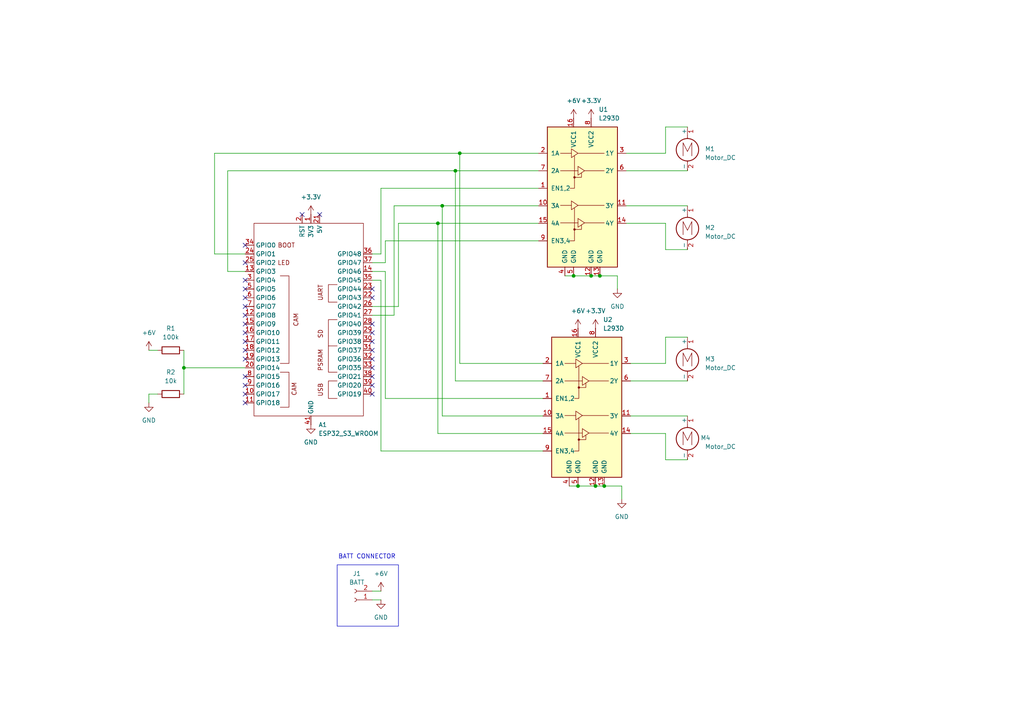
<source format=kicad_sch>
(kicad_sch (version 20231120) (generator "eeschema") (generator_version "8.0")
  (paper "A4")
  (lib_symbols
    (symbol "Connector:Conn_01x02_Socket" (pin_names (offset 1.016) hide)
      (property "Reference" "J" (at 0 2.54 0))
      (property "Value" "Conn_01x02_Socket" (at 0 -5.08 0))
      (symbol "Conn_01x02_Socket_1_1"
        (arc (start 0 -2.032) (mid -0.5058 -2.54) (end 0 -3.048) (stroke (width 0.1524)))
        (polyline (pts (xy -1.27 -2.54) (xy -0.508 -2.54)) (stroke (width 0.1524)))
        (polyline (pts (xy -1.27 0) (xy -0.508 0)) (stroke (width 0.1524)))
        (arc (start 0 0.508) (mid -0.5058 0) (end 0 -0.508) (stroke (width 0.1524)))
        (pin passive line (at -5.08 0 0) (length 3.81) (name "Pin_1") (number "1"))
        (pin passive line (at -5.08 -2.54 0) (length 3.81) (name "Pin_2") (number "2"))
      )
    )
    (symbol "Custom:FREENOVE_ESP32-S3_WROOM"
      (property "Reference" "U" (at -3.048 13.462 0))
      (symbol "FREENOVE_ESP32-S3_WROOM_0_1"
        (polyline (pts (xy 7.62 -22.86) (xy 5.08 -22.86) (xy 5.08 -17.78) (xy 7.62 -17.78)))
      )
      (symbol "FREENOVE_ESP32-S3_WROOM_1_1"
        (rectangle (start -16.51 0) (end 15.24 -55.88))
        (polyline (pts (xy 7.62 -43.18) (xy 5.08 -43.18) (xy 5.08 -35.56)))
        (polyline (pts (xy -8.89 -43.18) (xy -6.35 -43.18) (xy -6.35 -53.34) (xy -8.89 -53.34)))
        (polyline (pts (xy -8.89 -15.24) (xy -6.35 -15.24) (xy -6.35 -40.64) (xy -8.89 -40.64)))
        (polyline (pts (xy 7.62 -45.72) (xy 5.08 -45.72) (xy 5.08 -50.8) (xy 7.62 -50.8)))
        (polyline (pts (xy 7.62 -35.56) (xy 5.08 -35.56) (xy 5.08 -27.94) (xy 7.62 -27.94)))
        (text "BOOT" (at -7.112 -6.35 0) (effects (font (size 1.27 1.27))))
        (text "CAM" (at -4.826 -48.006 900) (effects (font (size 1.27 1.27))))
        (text "CAM" (at -4.318 -27.94 900) (effects (font (size 1.27 1.27))))
        (text "LED" (at -7.874 -11.43 0) (effects (font (size 1.27 1.27))))
        (text "PSRAM" (at 2.794 -39.624 900) (effects (font (size 1.27 1.27))))
        (text "SD" (at 2.794 -32.004 900) (effects (font (size 1.27 1.27))))
        (text "UART" (at 2.794 -20.066 900) (effects (font (size 1.27 1.27))))
        (text "USB" (at 2.794 -48.26 900) (effects (font (size 1.27 1.27))))
        (pin bidirectional line (at 0 2.54 270) (length 2.54) (name "3V3") (number "1"))
        (pin bidirectional line (at -19.05 -49.53 0) (length 2.54) (name "GPIO17") (number "10"))
        (pin bidirectional line (at -19.05 -52.07 0) (length 2.54) (name "GPIO18") (number "11"))
        (pin bidirectional line (at -19.05 -26.67 0) (length 2.54) (name "GPIO8") (number "12"))
        (pin bidirectional line (at -19.05 -13.97 0) (length 2.54) (name "GPIO3") (number "13"))
        (pin bidirectional line (at 17.78 -13.97 180) (length 2.54) (name "GPIO46") (number "14"))
        (pin bidirectional line (at -19.05 -29.21 0) (length 2.54) (name "GPIO9") (number "15"))
        (pin bidirectional line (at -19.05 -31.75 0) (length 2.54) (name "GPIO10") (number "16"))
        (pin bidirectional line (at -19.05 -34.29 0) (length 2.54) (name "GPIO11") (number "17"))
        (pin bidirectional line (at -19.05 -36.83 0) (length 2.54) (name "GPIO12") (number "18"))
        (pin bidirectional line (at -19.05 -39.37 0) (length 2.54) (name "GPIO13") (number "19"))
        (pin input line (at -2.54 2.54 270) (length 2.54) (name "RST") (number "2"))
        (pin bidirectional line (at -19.05 -41.91 0) (length 2.54) (name "GPIO14") (number "20"))
        (pin bidirectional line (at 2.54 2.54 270) (length 2.54) (name "5V") (number "21"))
        (pin bidirectional line (at 17.78 -21.59 180) (length 2.54) (name "GPIO43") (number "22"))
        (pin bidirectional line (at 17.78 -19.05 180) (length 2.54) (name "GPIO44") (number "23"))
        (pin bidirectional line (at -19.05 -8.89 0) (length 2.54) (name "GPIO1") (number "24"))
        (pin bidirectional line (at -19.05 -11.43 0) (length 2.54) (name "GPIO2") (number "25"))
        (pin bidirectional line (at 17.78 -24.13 180) (length 2.54) (name "GPIO42") (number "26"))
        (pin bidirectional line (at 17.78 -26.67 180) (length 2.54) (name "GPIO41") (number "27"))
        (pin bidirectional line (at 17.78 -29.21 180) (length 2.54) (name "GPIO40") (number "28"))
        (pin bidirectional line (at 17.78 -31.75 180) (length 2.54) (name "GPIO39") (number "29"))
        (pin bidirectional line (at -19.05 -16.51 0) (length 2.54) (name "GPIO4") (number "3"))
        (pin bidirectional line (at 17.78 -34.29 180) (length 2.54) (name "GPIO38") (number "30"))
        (pin bidirectional line (at 17.78 -36.83 180) (length 2.54) (name "GPIO37") (number "31"))
        (pin bidirectional line (at 17.78 -39.37 180) (length 2.54) (name "GPIO36") (number "32"))
        (pin bidirectional line (at 17.78 -41.91 180) (length 2.54) (name "GPIO35") (number "33"))
        (pin bidirectional line (at -19.05 -6.35 0) (length 2.54) (name "GPIO0") (number "34"))
        (pin bidirectional line (at 17.78 -16.51 180) (length 2.54) (name "GPIO45") (number "35"))
        (pin bidirectional line (at 17.78 -8.89 180) (length 2.54) (name "GPIO48") (number "36"))
        (pin bidirectional line (at 17.78 -11.43 180) (length 2.54) (name "GPIO47") (number "37"))
        (pin bidirectional line (at 17.78 -44.45 180) (length 2.54) (name "GPIO21") (number "38"))
        (pin bidirectional line (at 17.78 -46.99 180) (length 2.54) (name "GPIO20") (number "39"))
        (pin bidirectional line (at 17.78 -49.53 180) (length 2.54) (name "GPIO19") (number "40"))
        (pin bidirectional line (at 0 -58.42 90) (length 2.54) (name "GND") (number "41"))
        (pin bidirectional line (at -19.05 -19.05 0) (length 2.54) (name "GPIO5") (number "5"))
        (pin bidirectional line (at -19.05 -21.59 0) (length 2.54) (name "GPIO6") (number "6"))
        (pin bidirectional line (at -19.05 -24.13 0) (length 2.54) (name "GPIO7") (number "7"))
        (pin bidirectional line (at -19.05 -44.45 0) (length 2.54) (name "GPIO15") (number "8"))
        (pin bidirectional line (at -19.05 -46.99 0) (length 2.54) (name "GPIO16") (number "9"))
      )
    )
    (symbol "Device:R" (pin_numbers hide) (pin_names (offset 0))
      (property "Reference" "R" (at 2.032 0 90))
      (property "Value" "R" (at 0 0 90))
      (symbol "R_0_1"
        (rectangle (start -1.016 -2.54) (end 1.016 2.54) (stroke (width 0.254)))
      )
      (symbol "R_1_1"
        (pin passive line (at 0 3.81 270) (length 1.27) (name "~") (number "1"))
        (pin passive line (at 0 -3.81 90) (length 1.27) (name "~") (number "2"))
      )
    )
    (symbol "Driver_Motor:L293D" (pin_names (offset 1.016))
      (property "Reference" "U" (at -5.08 26.035 0))
      (property "Value" "L293D" (at -5.08 24.13 0))
      (symbol "L293D_0_1"
        (rectangle (start -10.16 22.86) (end 10.16 -17.78) (stroke (width 0.254)) (fill (type background)))
        (circle (center -2.286 -6.858) (radius 0.254) (fill (type outline)))
        (circle (center -2.286 8.255) (radius 0.254) (fill (type outline)))
        (polyline (pts (xy -6.35 -4.953) (xy -1.27 -4.953)))
        (polyline (pts (xy -6.35 0.127) (xy -3.175 0.127)))
        (polyline (pts (xy -6.35 10.16) (xy -1.27 10.16)))
        (polyline (pts (xy -6.35 15.24) (xy -3.175 15.24)))
        (polyline (pts (xy -1.27 0.127) (xy 6.35 0.127)))
        (polyline (pts (xy -1.27 15.24) (xy 6.35 15.24)))
        (polyline (pts (xy 0.635 -4.953) (xy 6.35 -4.953)))
        (polyline (pts (xy 0.635 10.16) (xy 6.35 10.16)))
        (polyline (pts (xy -2.286 -6.858) (xy -0.254 -6.858) (xy -0.254 -5.588)))
        (polyline (pts (xy -2.286 -0.635) (xy -2.286 -10.16) (xy -3.556 -10.16)))
        (polyline (pts (xy -2.286 8.255) (xy -0.254 8.255) (xy -0.254 9.525)))
        (polyline (pts (xy -2.286 14.478) (xy -2.286 5.08) (xy -3.556 5.08)))
        (polyline (pts (xy -3.175 1.397) (xy -3.175 -1.143) (xy -1.27 0.127) (xy -3.175 1.397)))
        (polyline (pts (xy -3.175 16.51) (xy -3.175 13.97) (xy -1.27 15.24) (xy -3.175 16.51)))
        (polyline (pts (xy -1.27 -3.683) (xy -1.27 -6.223) (xy 0.635 -4.953) (xy -1.27 -3.683)))
        (polyline (pts (xy -1.27 11.43) (xy -1.27 8.89) (xy 0.635 10.16) (xy -1.27 11.43)))
      )
      (symbol "L293D_1_1"
        (pin input line (at -12.7 5.08 0) (length 2.54) (name "EN1,2") (number "1"))
        (pin input line (at -12.7 0 0) (length 2.54) (name "3A") (number "10"))
        (pin output line (at 12.7 0 180) (length 2.54) (name "3Y") (number "11"))
        (pin power_in line (at 2.54 -20.32 90) (length 2.54) (name "GND") (number "12"))
        (pin power_in line (at 5.08 -20.32 90) (length 2.54) (name "GND") (number "13"))
        (pin output line (at 12.7 -5.08 180) (length 2.54) (name "4Y") (number "14"))
        (pin input line (at -12.7 -5.08 0) (length 2.54) (name "4A") (number "15"))
        (pin power_in line (at -2.54 25.4 270) (length 2.54) (name "VCC1") (number "16"))
        (pin input line (at -12.7 15.24 0) (length 2.54) (name "1A") (number "2"))
        (pin output line (at 12.7 15.24 180) (length 2.54) (name "1Y") (number "3"))
        (pin power_in line (at -5.08 -20.32 90) (length 2.54) (name "GND") (number "4"))
        (pin power_in line (at -2.54 -20.32 90) (length 2.54) (name "GND") (number "5"))
        (pin output line (at 12.7 10.16 180) (length 2.54) (name "2Y") (number "6"))
        (pin input line (at -12.7 10.16 0) (length 2.54) (name "2A") (number "7"))
        (pin power_in line (at 2.54 25.4 270) (length 2.54) (name "VCC2") (number "8"))
        (pin input line (at -12.7 -10.16 0) (length 2.54) (name "EN3,4") (number "9"))
      )
    )
    (symbol "Motor:Motor_DC" (pin_names (offset 0))
      (property "Reference" "M" (at 2.54 2.54 0))
      (property "Value" "Motor_DC" (at 2.54 -5.08 0))
      (symbol "Motor_DC_0_0"
        (polyline (pts (xy -1.27 -3.302) (xy -1.27 0.508) (xy 0 -2.032) (xy 1.27 0.508) (xy 1.27 -3.302)))
      )
      (symbol "Motor_DC_0_1"
        (circle (center 0 -1.524) (radius 3.2512) (stroke (width 0.254)))
        (polyline (pts (xy 0 -7.62) (xy 0 -7.112)))
        (polyline (pts (xy 0 -4.7752) (xy 0 -5.1816)))
        (polyline (pts (xy 0 1.7272) (xy 0 2.0828)))
        (polyline (pts (xy 0 2.032) (xy 0 2.54)))
      )
      (symbol "Motor_DC_1_1"
        (pin passive line (at 0 5.08 270) (length 2.54) (name "+") (number "1"))
        (pin passive line (at 0 -7.62 90) (length 2.54) (name "-") (number "2"))
      )
    )
    (symbol "power:+3.3V" (power) (pin_numbers hide) (pin_names (offset 0) hide)
      (property "Value" "+3.3V" (at 0 3.556 0))
      (symbol "+3.3V_0_1"
        (polyline (pts (xy -0.762 1.27) (xy 0 2.54)))
        (polyline (pts (xy 0 0) (xy 0 2.54)))
        (polyline (pts (xy 0 2.54) (xy 0.762 1.27)))
      )
      (symbol "+3.3V_1_1"
        (pin power_in line (at 0 0 90) (length 0) (name "~") (number "1"))
      )
    )
    (symbol "power:+6V" (power) (pin_numbers hide) (pin_names (offset 0) hide)
      (property "Value" "+6V" (at 0 3.556 0))
      (symbol "+6V_0_1"
        (polyline (pts (xy -0.762 1.27) (xy 0 2.54)))
        (polyline (pts (xy 0 0) (xy 0 2.54)))
        (polyline (pts (xy 0 2.54) (xy 0.762 1.27)))
      )
      (symbol "+6V_1_1"
        (pin power_in line (at 0 0 90) (length 0) (name "~") (number "1"))
      )
    )
    (symbol "power:GND" (power) (pin_numbers hide) (pin_names (offset 0) hide)
      (property "Value" "GND" (at 0 -3.81 0))
      (symbol "GND_0_1"
        (polyline (pts (xy 0 0) (xy 0 -1.27) (xy 1.27 -1.27) (xy 0 -2.54) (xy -1.27 -1.27) (xy 0 -1.27)))
      )
      (symbol "GND_1_1"
        (pin power_in line (at 0 0 270) (length 0) (name "~") (number "1"))
      )
    )
  )
  (junction (at 132.08 49.53))
  (junction (at 167.64 140.97))
  (junction (at 172.72 140.97))
  (junction (at 171.45 80.01))
  (junction (at 128.27 59.69))
  (junction (at 133.35 44.45))
  (junction (at 127 64.77))
  (junction (at 53.34 106.68))
  (junction (at 175.26 140.97))
  (junction (at 173.99 80.01))
  (junction (at 166.37 80.01))
  (no_connect (at 107.95 101.6))
  (no_connect (at 107.95 109.22))
  (no_connect (at 71.12 96.52))
  (no_connect (at 107.95 99.06))
  (no_connect (at 71.12 101.6))
  (no_connect (at 71.12 99.06))
  (no_connect (at 71.12 86.36))
  (no_connect (at 107.95 104.14))
  (no_connect (at 71.12 83.82))
  (no_connect (at 71.12 88.9))
  (no_connect (at 71.12 71.12))
  (no_connect (at 92.71 62.23))
  (no_connect (at 107.95 83.82))
  (no_connect (at 71.12 81.28))
  (no_connect (at 71.12 93.98))
  (no_connect (at 107.95 86.36))
  (no_connect (at 71.12 111.76))
  (no_connect (at 71.12 116.84))
  (no_connect (at 107.95 106.68))
  (no_connect (at 107.95 114.3))
  (no_connect (at 71.12 76.2))
  (no_connect (at 107.95 111.76))
  (no_connect (at 71.12 91.44))
  (no_connect (at 107.95 93.98))
  (no_connect (at 71.12 114.3))
  (no_connect (at 71.12 109.22))
  (no_connect (at 107.95 96.52))
  (no_connect (at 71.12 104.14))
  (no_connect (at 87.63 62.23))
  (wire (pts (xy 167.64 140.97) (xy 172.72 140.97)))
  (wire (pts (xy 62.23 73.66) (xy 71.12 73.66)))
  (wire (pts (xy 111.76 78.74) (xy 107.95 78.74)))
  (wire (pts (xy 193.04 64.77) (xy 193.04 72.39)))
  (wire (pts (xy 179.07 83.82) (xy 179.07 80.01)))
  (wire (pts (xy 175.26 140.97) (xy 180.34 140.97)))
  (wire (pts (xy 128.27 59.69) (xy 156.21 59.69)))
  (wire (pts (xy 111.76 115.57) (xy 157.48 115.57)))
  (wire (pts (xy 172.72 140.97) (xy 175.26 140.97)))
  (wire (pts (xy 181.61 59.69) (xy 199.39 59.69)))
  (wire (pts (xy 110.49 54.61) (xy 110.49 73.66)))
  (wire (pts (xy 114.3 59.69) (xy 114.3 91.44)))
  (wire (pts (xy 114.3 59.69) (xy 128.27 59.69)))
  (wire (pts (xy 127 125.73) (xy 157.48 125.73)))
  (wire (pts (xy 182.88 125.73) (xy 193.04 125.73)))
  (wire (pts (xy 163.83 80.01) (xy 166.37 80.01)))
  (wire (pts (xy 165.1 140.97) (xy 167.64 140.97)))
  (wire (pts (xy 156.21 54.61) (xy 110.49 54.61)))
  (wire (pts (xy 181.61 49.53) (xy 199.39 49.53)))
  (wire (pts (xy 171.45 80.01) (xy 173.99 80.01)))
  (wire (pts (xy 180.34 144.78) (xy 180.34 140.97)))
  (wire (pts (xy 110.49 130.81) (xy 157.48 130.81)))
  (wire (pts (xy 43.18 101.6) (xy 45.72 101.6)))
  (wire (pts (xy 111.76 69.85) (xy 156.21 69.85)))
  (wire (pts (xy 43.18 114.3) (xy 43.18 116.84)))
  (wire (pts (xy 193.04 97.79) (xy 199.39 97.79)))
  (wire (pts (xy 107.95 173.99) (xy 110.49 173.99)))
  (wire (pts (xy 66.04 49.53) (xy 66.04 78.74)))
  (wire (pts (xy 182.88 105.41) (xy 193.04 105.41)))
  (wire (pts (xy 133.35 105.41) (xy 157.48 105.41)))
  (wire (pts (xy 128.27 120.65) (xy 157.48 120.65)))
  (wire (pts (xy 107.95 88.9) (xy 115.57 88.9)))
  (wire (pts (xy 43.18 114.3) (xy 45.72 114.3)))
  (wire (pts (xy 133.35 44.45) (xy 133.35 105.41)))
  (wire (pts (xy 193.04 125.73) (xy 193.04 133.35)))
  (wire (pts (xy 110.49 73.66) (xy 107.95 73.66)))
  (wire (pts (xy 62.23 44.45) (xy 133.35 44.45)))
  (wire (pts (xy 132.08 49.53) (xy 132.08 110.49)))
  (wire (pts (xy 182.88 120.65) (xy 199.39 120.65)))
  (wire (pts (xy 111.76 76.2) (xy 107.95 76.2)))
  (wire (pts (xy 111.76 69.85) (xy 111.76 76.2)))
  (wire (pts (xy 110.49 81.28) (xy 110.49 130.81)))
  (wire (pts (xy 193.04 133.35) (xy 199.39 133.35)))
  (wire (pts (xy 132.08 49.53) (xy 156.21 49.53)))
  (wire (pts (xy 182.88 110.49) (xy 199.39 110.49)))
  (wire (pts (xy 181.61 64.77) (xy 193.04 64.77)))
  (wire (pts (xy 179.07 80.01) (xy 173.99 80.01)))
  (wire (pts (xy 62.23 44.45) (xy 62.23 73.66)))
  (wire (pts (xy 133.35 44.45) (xy 156.21 44.45)))
  (wire (pts (xy 181.61 44.45) (xy 193.04 44.45)))
  (wire (pts (xy 115.57 64.77) (xy 127 64.77)))
  (wire (pts (xy 193.04 36.83) (xy 199.39 36.83)))
  (wire (pts (xy 166.37 80.01) (xy 171.45 80.01)))
  (wire (pts (xy 53.34 101.6) (xy 53.34 106.68)))
  (wire (pts (xy 132.08 110.49) (xy 157.48 110.49)))
  (wire (pts (xy 193.04 72.39) (xy 199.39 72.39)))
  (wire (pts (xy 115.57 64.77) (xy 115.57 88.9)))
  (wire (pts (xy 53.34 106.68) (xy 53.34 114.3)))
  (wire (pts (xy 107.95 91.44) (xy 114.3 91.44)))
  (wire (pts (xy 193.04 44.45) (xy 193.04 36.83)))
  (wire (pts (xy 110.49 81.28) (xy 107.95 81.28)))
  (wire (pts (xy 66.04 49.53) (xy 132.08 49.53)))
  (wire (pts (xy 107.95 171.45) (xy 110.49 171.45)))
  (wire (pts (xy 53.34 106.68) (xy 71.12 106.68)))
  (wire (pts (xy 66.04 78.74) (xy 71.12 78.74)))
  (wire (pts (xy 193.04 105.41) (xy 193.04 97.79)))
  (wire (pts (xy 127 64.77) (xy 156.21 64.77)))
  (wire (pts (xy 128.27 59.69) (xy 128.27 120.65)))
  (wire (pts (xy 127 64.77) (xy 127 125.73)))
  (wire (pts (xy 111.76 78.74) (xy 111.76 115.57)))
  (rectangle (start 97.79 163.83) (end 115.57 181.61))
  (text "BATT CONNECTOR" (at 106.426 161.544 0) (effects (font (size 1.27 1.27))))
  (symbol (lib_id "Motor:Motor_DC") (at 199.39 64.77 0) (unit 1)
    (property "Reference" "M2" (at 204.47 66.0399 0) (effects (justify left)))
    (property "Value" "Motor_DC" (at 204.47 68.5799 0) (effects (justify left)))
    (property "Footprint" "Connector_JST:JST_XH_B2B-XH-A_1x02_P2.50mm_Vertical" (effects (hide yes)))
    (property "Description" "DC Motor" (effects (hide yes)))
  )
  (symbol (lib_id "power:+6V") (at 43.18 101.6 0) (unit 1)
    (property "Reference" "#PWR011" (effects (hide yes)))
    (property "Value" "+6V" (at 43.18 96.52 0))
    (property "Description" "Power symbol creates a global label with name \"+6V\"" (effects (hide yes)))
  )
  (symbol (lib_id "power:+6V") (at 110.49 171.45 0) (unit 1)
    (property "Reference" "#PWR010" (effects (hide yes)))
    (property "Value" "+6V" (at 110.49 166.37 0))
    (property "Description" "Power symbol creates a global label with name \"+6V\"" (effects (hide yes)))
  )
  (symbol (lib_id "Driver_Motor:L293D") (at 170.18 120.65 0) (unit 1)
    (property "Reference" "U2" (at 174.9141 92.71 0) (effects (justify left)))
    (property "Value" "L293D" (at 174.9141 95.25 0) (effects (justify left)))
    (property "Footprint" "Package_DIP:DIP-16_W7.62mm" (effects (hide yes)))
    (property "Datasheet" "http://www.ti.com/lit/ds/symlink/l293.pdf" (effects (hide yes)))
    (property "Description" "Quadruple Half-H Drivers" (effects (hide yes)))
  )
  (symbol (lib_id "power:+3.3V") (at 172.72 95.25 0) (unit 1)
    (property "Reference" "#PWR04" (effects (hide yes)))
    (property "Value" "+3.3V" (at 172.72 90.17 0))
    (property "Description" "Power symbol creates a global label with name \"+3.3V\"" (effects (hide yes)))
  )
  (symbol (lib_id "Motor:Motor_DC") (at 199.39 102.87 0) (unit 1)
    (property "Reference" "M3" (at 204.47 104.1399 0) (effects (justify left)))
    (property "Value" "Motor_DC" (at 204.47 106.6799 0) (effects (justify left)))
    (property "Footprint" "Connector_JST:JST_XH_B2B-XH-A_1x02_P2.50mm_Vertical" (effects (hide yes)))
    (property "Description" "DC Motor" (effects (hide yes)))
  )
  (symbol (lib_id "Device:R") (at 49.53 101.6 90) (unit 1)
    (property "Reference" "R1" (at 49.53 95.25 90))
    (property "Value" "100k" (at 49.53 97.79 90))
    (property "Footprint" "Resistor_THT:R_Axial_DIN0207_L6.3mm_D2.5mm_P10.16mm_Horizontal" (effects (hide yes)))
    (property "Description" "Resistor" (effects (hide yes)))
  )
  (symbol (lib_id "power:GND") (at 43.18 116.84 0) (unit 1)
    (property "Reference" "#PWR012" (effects (hide yes)))
    (property "Value" "GND" (at 43.18 121.92 0))
    (property "Description" "Power symbol creates a global label with name \"GND\" , ground" (effects (hide yes)))
  )
  (symbol (lib_id "Device:R") (at 49.53 114.3 90) (unit 1)
    (property "Reference" "R2" (at 49.53 107.95 90))
    (property "Value" "10k" (at 49.53 110.49 90))
    (property "Footprint" "Resistor_THT:R_Axial_DIN0207_L6.3mm_D2.5mm_P10.16mm_Horizontal" (effects (hide yes)))
    (property "Description" "Resistor" (effects (hide yes)))
  )
  (symbol (lib_id "power:GND") (at 90.17 123.19 0) (unit 1)
    (property "Reference" "#PWR03" (effects (hide yes)))
    (property "Value" "GND" (at 90.17 128.27 0))
    (property "Description" "Power symbol creates a global label with name \"GND\" , ground" (effects (hide yes)))
  )
  (symbol (lib_id "power:+3.3V") (at 171.45 34.29 0) (unit 1)
    (property "Reference" "#PWR05" (effects (hide yes)))
    (property "Value" "+3.3V" (at 171.45 29.21 0))
    (property "Description" "Power symbol creates a global label with name \"+3.3V\"" (effects (hide yes)))
  )
  (symbol (lib_id "Motor:Motor_DC") (at 199.39 125.73 0) (unit 1)
    (property "Reference" "M4" (at 203.2 126.9999 0) (effects (justify left)))
    (property "Value" "Motor_DC" (at 204.47 129.5399 0) (effects (justify left)))
    (property "Footprint" "Connector_JST:JST_XH_B2B-XH-A_1x02_P2.50mm_Vertical" (effects (hide yes)))
    (property "Description" "DC Motor" (effects (hide yes)))
  )
  (symbol (lib_id "power:+6V") (at 166.37 34.29 0) (unit 1)
    (property "Reference" "#PWR06" (effects (hide yes)))
    (property "Value" "+6V" (at 166.37 29.21 0))
    (property "Description" "Power symbol creates a global label with name \"+6V\"" (effects (hide yes)))
  )
  (symbol (lib_id "Custom:FREENOVE_ESP32-S3_WROOM") (at 90.17 64.77 0) (unit 1)
    (property "Reference" "A1" (at 92.3641 123.19 0) (effects (justify left)))
    (property "Value" "ESP32_S3_WROOM" (at 92.3641 125.73 0) (effects (justify left)))
    (property "Footprint" "Custom:FREENOVE ESP32-S3 WROOM" (effects (hide yes)))
    (property "Datasheet" "https://github.com/Freenove/Freenove_Development_Kit_for_ESP32_S3/blob/main/ESP32S3_Pinout.png" (effects (hide yes)))
    (property "Description" "Development Board for ESP32-S3-WROOM" (effects (hide yes)))
  )
  (symbol (lib_id "power:GND") (at 110.49 173.99 0) (unit 1)
    (property "Reference" "#PWR09" (effects (hide yes)))
    (property "Value" "GND" (at 110.49 179.07 0))
    (property "Description" "Power symbol creates a global label with name \"GND\" , ground" (effects (hide yes)))
  )
  (symbol (lib_id "Driver_Motor:L293D") (at 168.91 59.69 0) (unit 1)
    (property "Reference" "U1" (at 173.6441 31.75 0) (effects (justify left)))
    (property "Value" "L293D" (at 173.6441 34.29 0) (effects (justify left)))
    (property "Footprint" "Package_DIP:DIP-16_W7.62mm" (effects (hide yes)))
    (property "Datasheet" "http://www.ti.com/lit/ds/symlink/l293.pdf" (effects (hide yes)))
    (property "Description" "Quadruple Half-H Drivers" (effects (hide yes)))
  )
  (symbol (lib_id "power:GND") (at 179.07 83.82 0) (unit 1)
    (property "Reference" "#PWR01" (effects (hide yes)))
    (property "Value" "GND" (at 179.07 88.9 0))
    (property "Description" "Power symbol creates a global label with name \"GND\" , ground" (effects (hide yes)))
  )
  (symbol (lib_id "power:+6V") (at 167.64 95.25 0) (unit 1)
    (property "Reference" "#PWR07" (effects (hide yes)))
    (property "Value" "+6V" (at 167.64 90.17 0))
    (property "Description" "Power symbol creates a global label with name \"+6V\"" (effects (hide yes)))
  )
  (symbol (lib_id "power:GND") (at 180.34 144.78 0) (unit 1)
    (property "Reference" "#PWR02" (effects (hide yes)))
    (property "Value" "GND" (at 180.34 149.86 0))
    (property "Description" "Power symbol creates a global label with name \"GND\" , ground" (effects (hide yes)))
  )
  (symbol (lib_id "power:+3.3V") (at 90.17 62.23 0) (unit 1)
    (property "Reference" "#PWR08" (effects (hide yes)))
    (property "Value" "+3.3V" (at 90.17 57.15 0))
    (property "Description" "Power symbol creates a global label with name \"+3.3V\"" (effects (hide yes)))
  )
  (symbol (lib_id "Motor:Motor_DC") (at 199.39 41.91 0) (unit 1)
    (property "Reference" "M1" (at 204.47 43.1799 0) (effects (justify left)))
    (property "Value" "Motor_DC" (at 204.47 45.7199 0) (effects (justify left)))
    (property "Footprint" "Connector_JST:JST_XH_B2B-XH-A_1x02_P2.50mm_Vertical" (effects (hide yes)))
    (property "Description" "DC Motor" (effects (hide yes)))
  )
  (symbol (lib_id "Connector:Conn_01x02_Socket") (at 102.87 173.99 180) (unit 1)
    (property "Reference" "J1" (at 103.505 166.37 0))
    (property "Value" "BATT" (at 103.505 168.91 0))
    (property "Footprint" "Connector_PinHeader_2.54mm:PinHeader_1x02_P2.54mm_Vertical" (effects (hide yes)))
    (property "Description" "Generic connector, single row, 01x02, script generated" (effects (hide yes)))
  )
)
</source>
